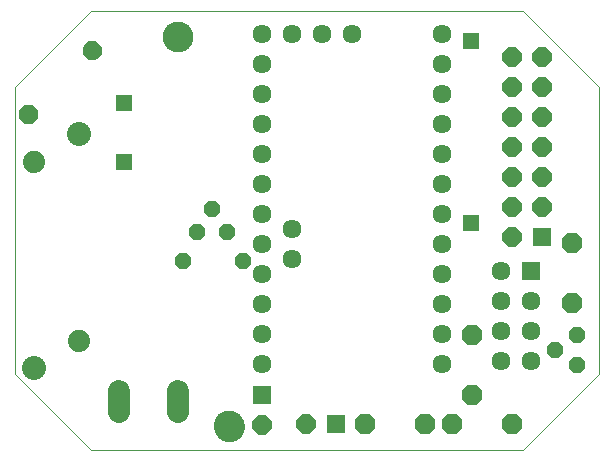
<source format=gts>
G75*
%MOIN*%
%OFA0B0*%
%FSLAX25Y25*%
%IPPOS*%
%LPD*%
%AMOC8*
5,1,8,0,0,1.08239X$1,22.5*
%
%ADD10C,0.00000*%
%ADD11C,0.10243*%
%ADD12R,0.05550X0.05550*%
%ADD13C,0.08000*%
%ADD14C,0.07400*%
%ADD15C,0.07450*%
%ADD16C,0.06337*%
%ADD17R,0.06337X0.06337*%
%ADD18OC8,0.06700*%
%ADD19OC8,0.05600*%
%ADD20R,0.06400X0.06400*%
%ADD21OC8,0.06400*%
%ADD22C,0.01267*%
D10*
X0002942Y0027902D02*
X0028336Y0002508D01*
X0172431Y0002508D01*
X0197824Y0027902D01*
X0197824Y0123374D01*
X0172431Y0148768D01*
X0028336Y0148768D01*
X0002942Y0123374D01*
X0002942Y0027902D01*
X0069478Y0010382D02*
X0069480Y0010522D01*
X0069486Y0010662D01*
X0069496Y0010801D01*
X0069510Y0010940D01*
X0069528Y0011079D01*
X0069549Y0011217D01*
X0069575Y0011355D01*
X0069605Y0011492D01*
X0069638Y0011627D01*
X0069676Y0011762D01*
X0069717Y0011896D01*
X0069762Y0012029D01*
X0069810Y0012160D01*
X0069863Y0012289D01*
X0069919Y0012418D01*
X0069978Y0012544D01*
X0070042Y0012669D01*
X0070108Y0012792D01*
X0070179Y0012913D01*
X0070252Y0013032D01*
X0070329Y0013149D01*
X0070410Y0013263D01*
X0070493Y0013375D01*
X0070580Y0013485D01*
X0070670Y0013593D01*
X0070762Y0013697D01*
X0070858Y0013799D01*
X0070957Y0013899D01*
X0071058Y0013995D01*
X0071162Y0014089D01*
X0071269Y0014179D01*
X0071378Y0014266D01*
X0071490Y0014351D01*
X0071604Y0014432D01*
X0071720Y0014510D01*
X0071838Y0014584D01*
X0071959Y0014655D01*
X0072081Y0014723D01*
X0072206Y0014787D01*
X0072332Y0014848D01*
X0072459Y0014905D01*
X0072589Y0014958D01*
X0072720Y0015008D01*
X0072852Y0015053D01*
X0072985Y0015096D01*
X0073120Y0015134D01*
X0073255Y0015168D01*
X0073392Y0015199D01*
X0073529Y0015226D01*
X0073667Y0015248D01*
X0073806Y0015267D01*
X0073945Y0015282D01*
X0074084Y0015293D01*
X0074224Y0015300D01*
X0074364Y0015303D01*
X0074504Y0015302D01*
X0074644Y0015297D01*
X0074783Y0015288D01*
X0074923Y0015275D01*
X0075062Y0015258D01*
X0075200Y0015237D01*
X0075338Y0015213D01*
X0075475Y0015184D01*
X0075611Y0015152D01*
X0075746Y0015115D01*
X0075880Y0015075D01*
X0076013Y0015031D01*
X0076144Y0014983D01*
X0076274Y0014932D01*
X0076403Y0014877D01*
X0076530Y0014818D01*
X0076655Y0014755D01*
X0076778Y0014690D01*
X0076900Y0014620D01*
X0077019Y0014547D01*
X0077137Y0014471D01*
X0077252Y0014392D01*
X0077365Y0014309D01*
X0077475Y0014223D01*
X0077583Y0014134D01*
X0077688Y0014042D01*
X0077791Y0013947D01*
X0077891Y0013849D01*
X0077988Y0013749D01*
X0078082Y0013645D01*
X0078174Y0013539D01*
X0078262Y0013431D01*
X0078347Y0013320D01*
X0078429Y0013206D01*
X0078508Y0013090D01*
X0078583Y0012973D01*
X0078655Y0012853D01*
X0078723Y0012731D01*
X0078788Y0012607D01*
X0078850Y0012481D01*
X0078908Y0012354D01*
X0078962Y0012225D01*
X0079013Y0012094D01*
X0079059Y0011962D01*
X0079102Y0011829D01*
X0079142Y0011695D01*
X0079177Y0011560D01*
X0079209Y0011423D01*
X0079236Y0011286D01*
X0079260Y0011148D01*
X0079280Y0011010D01*
X0079296Y0010871D01*
X0079308Y0010731D01*
X0079316Y0010592D01*
X0079320Y0010452D01*
X0079320Y0010312D01*
X0079316Y0010172D01*
X0079308Y0010033D01*
X0079296Y0009893D01*
X0079280Y0009754D01*
X0079260Y0009616D01*
X0079236Y0009478D01*
X0079209Y0009341D01*
X0079177Y0009204D01*
X0079142Y0009069D01*
X0079102Y0008935D01*
X0079059Y0008802D01*
X0079013Y0008670D01*
X0078962Y0008539D01*
X0078908Y0008410D01*
X0078850Y0008283D01*
X0078788Y0008157D01*
X0078723Y0008033D01*
X0078655Y0007911D01*
X0078583Y0007791D01*
X0078508Y0007674D01*
X0078429Y0007558D01*
X0078347Y0007444D01*
X0078262Y0007333D01*
X0078174Y0007225D01*
X0078082Y0007119D01*
X0077988Y0007015D01*
X0077891Y0006915D01*
X0077791Y0006817D01*
X0077688Y0006722D01*
X0077583Y0006630D01*
X0077475Y0006541D01*
X0077365Y0006455D01*
X0077252Y0006372D01*
X0077137Y0006293D01*
X0077019Y0006217D01*
X0076900Y0006144D01*
X0076778Y0006074D01*
X0076655Y0006009D01*
X0076530Y0005946D01*
X0076403Y0005887D01*
X0076274Y0005832D01*
X0076144Y0005781D01*
X0076013Y0005733D01*
X0075880Y0005689D01*
X0075746Y0005649D01*
X0075611Y0005612D01*
X0075475Y0005580D01*
X0075338Y0005551D01*
X0075200Y0005527D01*
X0075062Y0005506D01*
X0074923Y0005489D01*
X0074783Y0005476D01*
X0074644Y0005467D01*
X0074504Y0005462D01*
X0074364Y0005461D01*
X0074224Y0005464D01*
X0074084Y0005471D01*
X0073945Y0005482D01*
X0073806Y0005497D01*
X0073667Y0005516D01*
X0073529Y0005538D01*
X0073392Y0005565D01*
X0073255Y0005596D01*
X0073120Y0005630D01*
X0072985Y0005668D01*
X0072852Y0005711D01*
X0072720Y0005756D01*
X0072589Y0005806D01*
X0072459Y0005859D01*
X0072332Y0005916D01*
X0072206Y0005977D01*
X0072081Y0006041D01*
X0071959Y0006109D01*
X0071838Y0006180D01*
X0071720Y0006254D01*
X0071604Y0006332D01*
X0071490Y0006413D01*
X0071378Y0006498D01*
X0071269Y0006585D01*
X0071162Y0006675D01*
X0071058Y0006769D01*
X0070957Y0006865D01*
X0070858Y0006965D01*
X0070762Y0007067D01*
X0070670Y0007171D01*
X0070580Y0007279D01*
X0070493Y0007389D01*
X0070410Y0007501D01*
X0070329Y0007615D01*
X0070252Y0007732D01*
X0070179Y0007851D01*
X0070108Y0007972D01*
X0070042Y0008095D01*
X0069978Y0008220D01*
X0069919Y0008346D01*
X0069863Y0008475D01*
X0069810Y0008604D01*
X0069762Y0008735D01*
X0069717Y0008868D01*
X0069676Y0009002D01*
X0069638Y0009137D01*
X0069605Y0009272D01*
X0069575Y0009409D01*
X0069549Y0009547D01*
X0069528Y0009685D01*
X0069510Y0009824D01*
X0069496Y0009963D01*
X0069486Y0010102D01*
X0069480Y0010242D01*
X0069478Y0010382D01*
X0052352Y0140303D02*
X0052354Y0140443D01*
X0052360Y0140583D01*
X0052370Y0140722D01*
X0052384Y0140861D01*
X0052402Y0141000D01*
X0052423Y0141138D01*
X0052449Y0141276D01*
X0052479Y0141413D01*
X0052512Y0141548D01*
X0052550Y0141683D01*
X0052591Y0141817D01*
X0052636Y0141950D01*
X0052684Y0142081D01*
X0052737Y0142210D01*
X0052793Y0142339D01*
X0052852Y0142465D01*
X0052916Y0142590D01*
X0052982Y0142713D01*
X0053053Y0142834D01*
X0053126Y0142953D01*
X0053203Y0143070D01*
X0053284Y0143184D01*
X0053367Y0143296D01*
X0053454Y0143406D01*
X0053544Y0143514D01*
X0053636Y0143618D01*
X0053732Y0143720D01*
X0053831Y0143820D01*
X0053932Y0143916D01*
X0054036Y0144010D01*
X0054143Y0144100D01*
X0054252Y0144187D01*
X0054364Y0144272D01*
X0054478Y0144353D01*
X0054594Y0144431D01*
X0054712Y0144505D01*
X0054833Y0144576D01*
X0054955Y0144644D01*
X0055080Y0144708D01*
X0055206Y0144769D01*
X0055333Y0144826D01*
X0055463Y0144879D01*
X0055594Y0144929D01*
X0055726Y0144974D01*
X0055859Y0145017D01*
X0055994Y0145055D01*
X0056129Y0145089D01*
X0056266Y0145120D01*
X0056403Y0145147D01*
X0056541Y0145169D01*
X0056680Y0145188D01*
X0056819Y0145203D01*
X0056958Y0145214D01*
X0057098Y0145221D01*
X0057238Y0145224D01*
X0057378Y0145223D01*
X0057518Y0145218D01*
X0057657Y0145209D01*
X0057797Y0145196D01*
X0057936Y0145179D01*
X0058074Y0145158D01*
X0058212Y0145134D01*
X0058349Y0145105D01*
X0058485Y0145073D01*
X0058620Y0145036D01*
X0058754Y0144996D01*
X0058887Y0144952D01*
X0059018Y0144904D01*
X0059148Y0144853D01*
X0059277Y0144798D01*
X0059404Y0144739D01*
X0059529Y0144676D01*
X0059652Y0144611D01*
X0059774Y0144541D01*
X0059893Y0144468D01*
X0060011Y0144392D01*
X0060126Y0144313D01*
X0060239Y0144230D01*
X0060349Y0144144D01*
X0060457Y0144055D01*
X0060562Y0143963D01*
X0060665Y0143868D01*
X0060765Y0143770D01*
X0060862Y0143670D01*
X0060956Y0143566D01*
X0061048Y0143460D01*
X0061136Y0143352D01*
X0061221Y0143241D01*
X0061303Y0143127D01*
X0061382Y0143011D01*
X0061457Y0142894D01*
X0061529Y0142774D01*
X0061597Y0142652D01*
X0061662Y0142528D01*
X0061724Y0142402D01*
X0061782Y0142275D01*
X0061836Y0142146D01*
X0061887Y0142015D01*
X0061933Y0141883D01*
X0061976Y0141750D01*
X0062016Y0141616D01*
X0062051Y0141481D01*
X0062083Y0141344D01*
X0062110Y0141207D01*
X0062134Y0141069D01*
X0062154Y0140931D01*
X0062170Y0140792D01*
X0062182Y0140652D01*
X0062190Y0140513D01*
X0062194Y0140373D01*
X0062194Y0140233D01*
X0062190Y0140093D01*
X0062182Y0139954D01*
X0062170Y0139814D01*
X0062154Y0139675D01*
X0062134Y0139537D01*
X0062110Y0139399D01*
X0062083Y0139262D01*
X0062051Y0139125D01*
X0062016Y0138990D01*
X0061976Y0138856D01*
X0061933Y0138723D01*
X0061887Y0138591D01*
X0061836Y0138460D01*
X0061782Y0138331D01*
X0061724Y0138204D01*
X0061662Y0138078D01*
X0061597Y0137954D01*
X0061529Y0137832D01*
X0061457Y0137712D01*
X0061382Y0137595D01*
X0061303Y0137479D01*
X0061221Y0137365D01*
X0061136Y0137254D01*
X0061048Y0137146D01*
X0060956Y0137040D01*
X0060862Y0136936D01*
X0060765Y0136836D01*
X0060665Y0136738D01*
X0060562Y0136643D01*
X0060457Y0136551D01*
X0060349Y0136462D01*
X0060239Y0136376D01*
X0060126Y0136293D01*
X0060011Y0136214D01*
X0059893Y0136138D01*
X0059774Y0136065D01*
X0059652Y0135995D01*
X0059529Y0135930D01*
X0059404Y0135867D01*
X0059277Y0135808D01*
X0059148Y0135753D01*
X0059018Y0135702D01*
X0058887Y0135654D01*
X0058754Y0135610D01*
X0058620Y0135570D01*
X0058485Y0135533D01*
X0058349Y0135501D01*
X0058212Y0135472D01*
X0058074Y0135448D01*
X0057936Y0135427D01*
X0057797Y0135410D01*
X0057657Y0135397D01*
X0057518Y0135388D01*
X0057378Y0135383D01*
X0057238Y0135382D01*
X0057098Y0135385D01*
X0056958Y0135392D01*
X0056819Y0135403D01*
X0056680Y0135418D01*
X0056541Y0135437D01*
X0056403Y0135459D01*
X0056266Y0135486D01*
X0056129Y0135517D01*
X0055994Y0135551D01*
X0055859Y0135589D01*
X0055726Y0135632D01*
X0055594Y0135677D01*
X0055463Y0135727D01*
X0055333Y0135780D01*
X0055206Y0135837D01*
X0055080Y0135898D01*
X0054955Y0135962D01*
X0054833Y0136030D01*
X0054712Y0136101D01*
X0054594Y0136175D01*
X0054478Y0136253D01*
X0054364Y0136334D01*
X0054252Y0136419D01*
X0054143Y0136506D01*
X0054036Y0136596D01*
X0053932Y0136690D01*
X0053831Y0136786D01*
X0053732Y0136886D01*
X0053636Y0136988D01*
X0053544Y0137092D01*
X0053454Y0137200D01*
X0053367Y0137310D01*
X0053284Y0137422D01*
X0053203Y0137536D01*
X0053126Y0137653D01*
X0053053Y0137772D01*
X0052982Y0137893D01*
X0052916Y0138016D01*
X0052852Y0138141D01*
X0052793Y0138267D01*
X0052737Y0138396D01*
X0052684Y0138525D01*
X0052636Y0138656D01*
X0052591Y0138789D01*
X0052550Y0138923D01*
X0052512Y0139058D01*
X0052479Y0139193D01*
X0052449Y0139330D01*
X0052423Y0139468D01*
X0052402Y0139606D01*
X0052384Y0139745D01*
X0052370Y0139884D01*
X0052360Y0140023D01*
X0052354Y0140163D01*
X0052352Y0140303D01*
D11*
X0057273Y0140303D03*
X0074399Y0010382D03*
D12*
X0155177Y0078098D03*
X0155177Y0138728D03*
X0039429Y0118256D03*
X0039429Y0098571D03*
D13*
X0024237Y0107754D03*
X0009270Y0029692D03*
D14*
X0024237Y0038920D03*
X0009270Y0098527D03*
D15*
X0037846Y0022272D02*
X0037846Y0015222D01*
X0057531Y0015222D02*
X0057531Y0022272D01*
D16*
X0085565Y0031051D03*
X0085565Y0041051D03*
X0085565Y0051051D03*
X0085565Y0061051D03*
X0095565Y0066051D03*
X0085565Y0071051D03*
X0095565Y0076051D03*
X0085565Y0081051D03*
X0085565Y0091051D03*
X0085565Y0101051D03*
X0085565Y0111051D03*
X0085565Y0121051D03*
X0085565Y0131051D03*
X0085565Y0141051D03*
X0095565Y0141051D03*
X0105565Y0141051D03*
X0115565Y0141051D03*
X0145565Y0141051D03*
X0145565Y0131051D03*
X0145565Y0121051D03*
X0145565Y0111051D03*
X0145565Y0101051D03*
X0145565Y0091051D03*
X0145565Y0081051D03*
X0145565Y0071051D03*
X0145565Y0061051D03*
X0145565Y0051051D03*
X0145565Y0041051D03*
X0145565Y0031051D03*
X0165213Y0032068D03*
X0175213Y0032068D03*
X0175213Y0042068D03*
X0165213Y0042068D03*
X0165213Y0052068D03*
X0175213Y0052068D03*
X0165213Y0062068D03*
D17*
X0175213Y0062068D03*
D18*
X0188769Y0071366D03*
X0188769Y0051366D03*
X0155502Y0040854D03*
X0155502Y0020854D03*
X0148748Y0011089D03*
X0139613Y0011161D03*
X0119613Y0011161D03*
X0168748Y0011089D03*
D19*
X0190451Y0030795D03*
X0182951Y0035795D03*
X0190451Y0040795D03*
X0079059Y0065416D03*
X0073691Y0075343D03*
X0068691Y0082843D03*
X0063691Y0075343D03*
X0059059Y0065416D03*
D20*
X0085521Y0020992D03*
X0110108Y0011091D03*
X0178809Y0073492D03*
D21*
X0168809Y0073492D03*
X0168809Y0083492D03*
X0178809Y0083492D03*
X0178809Y0093492D03*
X0168809Y0093492D03*
X0168809Y0103492D03*
X0178809Y0103492D03*
X0178809Y0113492D03*
X0168809Y0113492D03*
X0168809Y0123492D03*
X0178809Y0123492D03*
X0178809Y0133492D03*
X0168809Y0133492D03*
X0100108Y0011091D03*
X0085521Y0010992D03*
D22*
X0009511Y0114794D02*
X0010145Y0115428D01*
X0010145Y0113328D01*
X0008661Y0111844D01*
X0006561Y0111844D01*
X0005077Y0113328D01*
X0005077Y0115428D01*
X0006561Y0116912D01*
X0008661Y0116912D01*
X0010145Y0115428D01*
X0009194Y0115034D01*
X0009194Y0113722D01*
X0008267Y0112795D01*
X0006955Y0112795D01*
X0006028Y0113722D01*
X0006028Y0115034D01*
X0006955Y0115961D01*
X0008267Y0115961D01*
X0009194Y0115034D01*
X0008243Y0114640D01*
X0008243Y0114116D01*
X0007873Y0113746D01*
X0007349Y0113746D01*
X0006979Y0114116D01*
X0006979Y0114640D01*
X0007349Y0115010D01*
X0007873Y0115010D01*
X0008243Y0114640D01*
X0030725Y0136007D02*
X0031359Y0136641D01*
X0031359Y0134541D01*
X0029875Y0133057D01*
X0027775Y0133057D01*
X0026291Y0134541D01*
X0026291Y0136641D01*
X0027775Y0138125D01*
X0029875Y0138125D01*
X0031359Y0136641D01*
X0030408Y0136247D01*
X0030408Y0134935D01*
X0029481Y0134008D01*
X0028169Y0134008D01*
X0027242Y0134935D01*
X0027242Y0136247D01*
X0028169Y0137174D01*
X0029481Y0137174D01*
X0030408Y0136247D01*
X0029457Y0135853D01*
X0029457Y0135329D01*
X0029087Y0134959D01*
X0028563Y0134959D01*
X0028193Y0135329D01*
X0028193Y0135853D01*
X0028563Y0136223D01*
X0029087Y0136223D01*
X0029457Y0135853D01*
M02*

</source>
